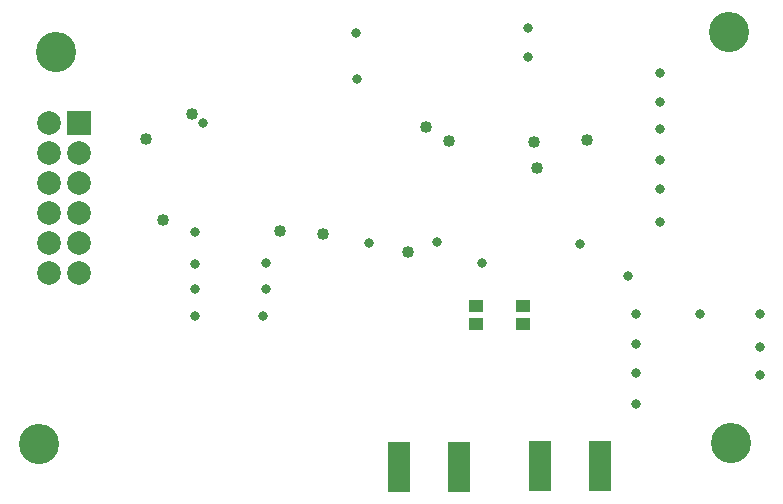
<source format=gbs>
G04*
G04 #@! TF.GenerationSoftware,Altium Limited,Altium Designer,24.5.2 (23)*
G04*
G04 Layer_Color=16711935*
%FSLAX25Y25*%
%MOIN*%
G70*
G04*
G04 #@! TF.SameCoordinates,D208CBCF-4B6E-48A8-A20F-7FDAAE84B22A*
G04*
G04*
G04 #@! TF.FilePolarity,Negative*
G04*
G01*
G75*
%ADD37R,0.05131X0.03950*%
%ADD39R,0.07800X0.16800*%
%ADD41C,0.13398*%
%ADD42R,0.07887X0.07887*%
%ADD43C,0.07887*%
%ADD44C,0.03200*%
%ADD45C,0.03202*%
%ADD46C,0.04000*%
D37*
X166532Y60343D02*
D03*
Y66248D02*
D03*
X182283Y66142D02*
D03*
Y60236D02*
D03*
D39*
X208032Y12795D02*
D03*
X188031D02*
D03*
X140787Y12598D02*
D03*
X160787D02*
D03*
D41*
X250787Y157677D02*
D03*
X26772Y150984D02*
D03*
X20866Y20079D02*
D03*
X251772Y20472D02*
D03*
D42*
X34252Y127126D02*
D03*
D43*
Y87126D02*
D03*
Y97126D02*
D03*
Y107126D02*
D03*
Y117126D02*
D03*
X24252Y87126D02*
D03*
Y97126D02*
D03*
Y107126D02*
D03*
Y117126D02*
D03*
Y127126D02*
D03*
X34252Y77126D02*
D03*
X24252D02*
D03*
D44*
X153543Y87598D02*
D03*
X168504Y80481D02*
D03*
X261221Y43307D02*
D03*
Y52559D02*
D03*
Y63583D02*
D03*
X219882Y33661D02*
D03*
Y43701D02*
D03*
Y53543D02*
D03*
X184031Y149295D02*
D03*
Y158795D02*
D03*
X73032Y62795D02*
D03*
Y71795D02*
D03*
Y80295D02*
D03*
Y90795D02*
D03*
X75532Y127295D02*
D03*
X228031Y94295D02*
D03*
Y105295D02*
D03*
Y114795D02*
D03*
Y125295D02*
D03*
Y134295D02*
D03*
Y143795D02*
D03*
X241142Y63583D02*
D03*
X201378Y86806D02*
D03*
X95669Y62795D02*
D03*
X96457Y71904D02*
D03*
X96653Y80512D02*
D03*
X130905Y87205D02*
D03*
X127032Y141795D02*
D03*
X126532Y157295D02*
D03*
X217323Y76181D02*
D03*
D45*
X219882Y63386D02*
D03*
D46*
X143898Y84252D02*
D03*
X115551Y90158D02*
D03*
X71850Y130315D02*
D03*
X203543Y121653D02*
D03*
X186024Y120866D02*
D03*
X56496Y121850D02*
D03*
X157677Y121260D02*
D03*
X186811Y112205D02*
D03*
X101378Y91339D02*
D03*
X149884Y125724D02*
D03*
X62205Y94882D02*
D03*
M02*

</source>
